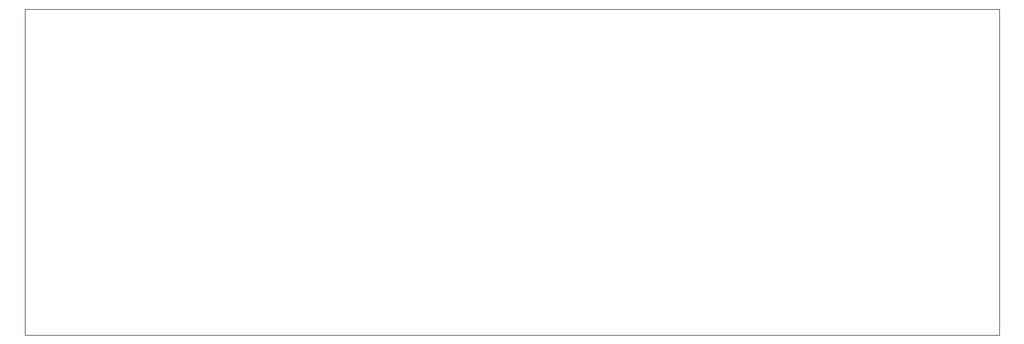
<source format=gm1>
G04 #@! TF.GenerationSoftware,KiCad,Pcbnew,(5.1.2)-1*
G04 #@! TF.CreationDate,2020-03-21T17:15:55+01:00*
G04 #@! TF.ProjectId,174917,31373439-3137-42e6-9b69-6361645f7063,R0.2*
G04 #@! TF.SameCoordinates,Original*
G04 #@! TF.FileFunction,Profile,NP*
%FSLAX46Y46*%
G04 Gerber Fmt 4.6, Leading zero omitted, Abs format (unit mm)*
G04 Created by KiCad (PCBNEW (5.1.2)-1) date 2020-03-21 17:15:55*
%MOMM*%
%LPD*%
G04 APERTURE LIST*
%ADD10C,0.100000*%
G04 APERTURE END LIST*
D10*
X153500000Y-40500000D02*
X53500000Y-40500000D01*
X53500000Y-40500000D02*
X53500000Y-74000000D01*
X53500000Y-74000000D02*
X153500000Y-74000000D01*
X153500000Y-74000000D02*
X153500000Y-40500000D01*
M02*

</source>
